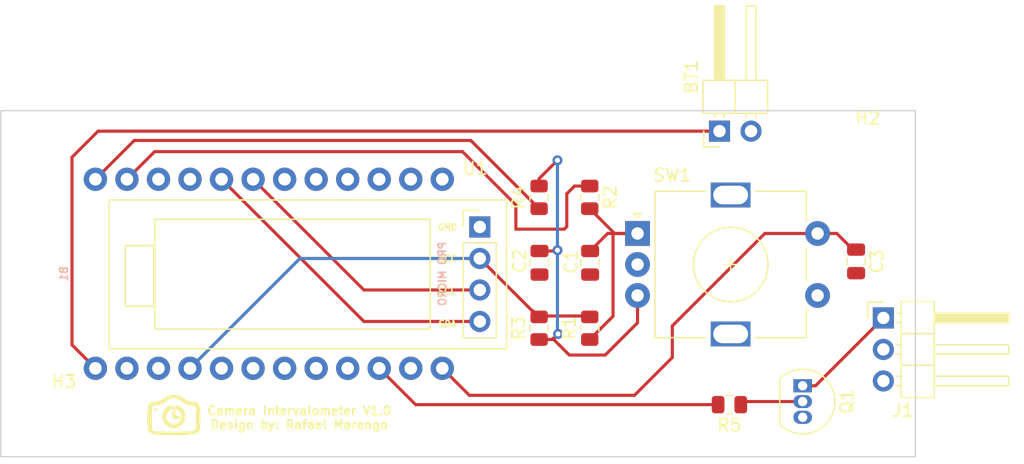
<source format=kicad_pcb>
(kicad_pcb (version 20211014) (generator pcbnew)
  (layers (0 "F.Cu" signal) (31 "B.Cu" signal) (34 "B.Paste" user) (35 "F.Paste" user) (36 "B.SilkS" user "B.Silkscreen") (37 "F.SilkS" user "F.Silkscreen") (38 "B.Mask" user) (39 "F.Mask" user) (44 "Edge.Cuts" user))
  (net 0 "")
  (net 1 "Net-(B1-Pad1)")
  (net 2 "Net-(B1-Pad2)")
  (net 3 "GND")
  (net 4 "/SDA")
  (net 5 "/SCL")
  (net 13 "Net-(B1-Pad15)")
  (net 18 "+5VD")
  (net 20 "Net-(B1-Pad24)")
  (net 21 "Net-(C1-Pad1)")
  (net 22 "Net-(C2-Pad1)")
  (net 23 "Net-(J1-Pad1)")
  (net 25 "Net-(Q1-Pad2)")
  (net 26 "Net-(C3-Pad1)")
  (footprint "Resistor_SMD:R_0805_2012Metric" (layer "F.Cu") (at 152.57 76.0375 90)
    (fp_text reference "R4" (at 0 -1.65 90) (layer "F.SilkS"))
    (fp_text value "10k")
    (fp_line (start -0.227064 0.735) (end 0.227064 0.735) (layer "F.SilkS") (width 0.12))
    (fp_line (start -0.227064 -0.735) (end 0.227064 -0.735) (layer "F.SilkS") (width 0.12))
    (pad "1" smd roundrect (at -0.9125 0 90) (size 1.025 1.4) (layers "F.Cu" "F.Paste" "F.Mask") (roundrect_rratio 0.243902439) (net 1 "Net-(B1-Pad1)"))
    (pad "2" smd roundrect (at 0.9125 0 90) (size 1.025 1.4) (layers "F.Cu" "F.Paste" "F.Mask") (roundrect_rratio 0.243902439) (net 22 "Net-(C2-Pad1)"))
  )
  (footprint "Rotary_Encoder:RotaryEncoder_Alps_EC11E-Switch_Vertical_H20mm" (layer "F.Cu") (at 160.5 78.95)
    (fp_text reference "SW1" (at 2.8 -4.7) (layer "F.SilkS"))
    (fp_text value "Rotary_Encoder_Switch")
    (fp_line (start 5.5 -3.4) (end 1.4 -3.4) (layer "F.SilkS") (width 0.12))
    (fp_line (start 0.3 -1.6) (end 0 -1.3) (layer "F.SilkS") (width 0.12))
    (fp_line (start 5.5 8.4) (end 1.4 8.4) (layer "F.SilkS") (width 0.12))
    (fp_line (start 7 2.5) (end 8 2.5) (layer "F.SilkS") (width 0.12))
    (fp_line (start 13.6 1.2) (end 13.6 3.8) (layer "F.SilkS") (width 0.12))
    (fp_line (start 0 -1.3) (end -0.3 -1.6) (layer "F.SilkS") (width 0.12))
    (fp_line (start 13.6 8.4) (end 9.5 8.4) (layer "F.SilkS") (width 0.12))
    (fp_line (start 7.5 2) (end 7.5 3) (layer "F.SilkS") (width 0.12))
    (fp_line (start 1.4 -3.4) (end 1.4 8.4) (layer "F.SilkS") (width 0.12))
    (fp_line (start 13.6 6) (end 13.6 8.4) (layer "F.SilkS") (width 0.12))
    (fp_line (start -0.3 -1.6) (end 0.3 -1.6) (layer "F.SilkS") (width 0.12))
    (fp_line (start 9.5 -3.4) (end 13.6 -3.4) (layer "F.SilkS") (width 0.12))
    (fp_line (start 13.6 -3.4) (end 13.6 -1) (layer "F.SilkS") (width 0.12))
    (fp_circle (center 7.5 2.5) (end 10.5 2.5) (layer "F.SilkS") (width 0.12) (fill none))
    (pad "A" thru_hole rect (at 0 0) (size 2 2) (drill 1) (layers *.Cu *.Mask) (net 21 "Net-(C1-Pad1)"))
    (pad "B" thru_hole circle (at 0 5) (size 2 2) (drill 1) (layers *.Cu *.Mask) (net 22 "Net-(C2-Pad1)"))
    (pad "C" thru_hole circle (at 0 2.5) (size 2 2) (drill 1) (layers *.Cu *.Mask) (net 3 "GND"))
    (pad "MP" thru_hole rect (at 7.5 -3.1) (size 3.2 2) (drill oval 2.8 1.5) (layers *.Cu *.Mask))
    (pad "MP" thru_hole rect (at 7.5 8.1) (size 3.2 2) (drill oval 2.8 1.5) (layers *.Cu *.Mask))
    (pad "S1" thru_hole circle (at 14.5 5) (size 2 2) (drill 1) (layers *.Cu *.Mask) (net 3 "GND"))
    (pad "S2" thru_hole circle (at 14.5 0) (size 2 2) (drill 1) (layers *.Cu *.Mask) (net 26 "Net-(C3-Pad1)"))
  )
  (footprint "Resistor_SMD:R_0805_2012Metric" (layer "F.Cu") (at 156.65 76.0375 -90)
    (fp_text reference "R2" (at 0 -1.65 90) (layer "F.SilkS"))
    (fp_text value "10k")
    (fp_line (start -0.227064 0.735) (end 0.227064 0.735) (layer "F.SilkS") (width 0.12))
    (fp_line (start -0.227064 -0.735) (end 0.227064 -0.735) (layer "F.SilkS") (width 0.12))
    (pad "1" smd roundrect (at -0.9125 0 270) (size 1.025 1.4) (layers "F.Cu" "F.Paste" "F.Mask") (roundrect_rratio 0.243902439) (net 2 "Net-(B1-Pad2)"))
    (pad "2" smd roundrect (at 0.9125 0 270) (size 1.025 1.4) (layers "F.Cu" "F.Paste" "F.Mask") (roundrect_rratio 0.243902439) (net 21 "Net-(C1-Pad1)"))
  )
  (footprint "Capacitor_SMD:C_0805_2012Metric" (layer "F.Cu") (at 156.68 81.3125 -90)
    (fp_text reference "C1" (at -0.0875 1.53 90) (layer "F.SilkS"))
    (fp_text value "10n")
    (fp_line (start -0.261252 -0.735) (end 0.261252 -0.735) (layer "F.SilkS") (width 0.12))
    (fp_line (start -0.261252 0.735) (end 0.261252 0.735) (layer "F.SilkS") (width 0.12))
    (pad "1" smd roundrect (at -0.95 0 270) (size 1 1.45) (layers "F.Cu" "F.Paste" "F.Mask") (net 21 "Net-(C1-Pad1)"))
    (pad "2" smd roundrect (at 0.95 0 270) (size 1 1.45) (layers "F.Cu" "F.Paste" "F.Mask") (net 3 "GND"))
  )
  (footprint "MountingHole:MountingHole_2.2mm_M2_DIN965" (layer "F.Cu") (at 114.3 93.8)
    (fp_text reference "H3" (at 0 -2.9) (layer "F.SilkS"))
    (fp_text value "MountingHole")
    (pad "" np_thru_hole circle (at 0 0) (size 2.2 2.2) (drill 2.2) (layers *.Cu *.Mask))
  )
  (footprint "Package_TO_SOT_THT:TO-92_Inline" (layer "F.Cu") (at 173.8 91.23 -90)
    (fp_text reference "Q1" (at 1.27 -3.56 90) (layer "F.SilkS"))
    (fp_text value "BC337")
    (fp_line (start -0.53 1.85) (end 3.07 1.85) (layer "F.SilkS") (width 0.12))
    (fp_arc (start -0.568478 1.838478) (mid -1.132087 -0.994977) (end 1.27 -2.6) (layer "F.SilkS") (width 0.12))
    (fp_arc (start 1.27 -2.6) (mid 3.672087 -0.994977) (end 3.108478 1.838478) (layer "F.SilkS") (width 0.12))
    (pad "1" thru_hole rect (at 0 0 270) (size 1.05 1.5) (drill 0.75) (layers *.Cu *.Mask) (net 23 "Net-(J1-Pad1)"))
    (pad "2" thru_hole oval (at 1.27 0 270) (size 1.05 1.5) (drill 0.75) (layers *.Cu *.Mask) (net 25 "Net-(Q1-Pad2)"))
    (pad "3" thru_hole oval (at 2.54 0 270) (size 1.05 1.5) (drill 0.75) (layers *.Cu *.Mask) (net 3 "GND"))
  )
  (footprint "Resistor_SMD:R_0805_2012Metric" (layer "F.Cu") (at 156.65 86.5875 90)
    (fp_text reference "R1" (at 0 -1.65 90) (layer "F.SilkS"))
    (fp_text value "10k")
    (fp_line (start -0.227064 0.735) (end 0.227064 0.735) (layer "F.SilkS") (width 0.12))
    (fp_line (start -0.227064 -0.735) (end 0.227064 -0.735) (layer "F.SilkS") (width 0.12))
    (pad "1" smd roundrect (at -0.9125 0 90) (size 1.025 1.4) (layers "F.Cu" "F.Paste" "F.Mask") (roundrect_rratio 0.243902439) (net 21 "Net-(C1-Pad1)"))
    (pad "2" smd roundrect (at 0.9125 0 90) (size 1.025 1.4) (layers "F.Cu" "F.Paste" "F.Mask") (roundrect_rratio 0.243902439) (net 18 "+5VD"))
  )
  (footprint "Capacitor_SMD:C_0805_2012Metric" (layer "F.Cu") (at 152.6 81.3125 -90)
    (fp_text reference "C2" (at -0.14375 1.6 90) (layer "F.SilkS"))
    (fp_text value "10n")
    (fp_line (start -0.261252 -0.735) (end 0.261252 -0.735) (layer "F.SilkS") (width 0.12))
    (fp_line (start -0.261252 0.735) (end 0.261252 0.735) (layer "F.SilkS") (width 0.12))
    (pad "1" smd roundrect (at -0.95 0 270) (size 1 1.45) (layers "F.Cu" "F.Paste" "F.Mask") (net 22 "Net-(C2-Pad1)"))
    (pad "2" smd roundrect (at 0.95 0 270) (size 1 1.45) (layers "F.Cu" "F.Paste" "F.Mask") (net 3 "GND"))
  )
  (footprint "Connector_PinHeader_2.54mm:PinHeader_1x03_P2.54mm_Horizontal" (layer "F.Cu") (at 180.3 85.76)
    (fp_text reference "J1" (at 1.575 7.475) (layer "F.SilkS"))
    (fp_text value "2.5mm_Audio_jack")
    (fp_line (start 4.1 -0.08) (end 10.1 -0.08) (layer "F.SilkS") (width 0.12))
    (fp_line (start 1.44 6.41) (end 4.1 6.41) (layer "F.SilkS") (width 0.12))
    (fp_line (start 4.1 4.7) (end 10.1 4.7) (layer "F.SilkS") (width 0.12))
    (fp_line (start 10.1 -0.38) (end 10.1 0.38) (layer "F.SilkS") (width 0.12))
    (fp_line (start 10.1 5.46) (end 4.1 5.46) (layer "F.SilkS") (width 0.12))
    (fp_line (start 1.042929 2.16) (end 1.44 2.16) (layer "F.SilkS") (width 0.12))
    (fp_line (start 4.1 0.04) (end 10.1 0.04) (layer "F.SilkS") (width 0.12))
    (fp_line (start 1.11 -0.38) (end 1.44 -0.38) (layer "F.SilkS") (width 0.12))
    (fp_line (start -1.27 -1.27) (end 0 -1.27) (layer "F.SilkS") (width 0.12))
    (fp_line (start 4.1 -0.38) (end 10.1 -0.38) (layer "F.SilkS") (width 0.12))
    (fp_line (start 10.1 4.7) (end 10.1 5.46) (layer "F.SilkS") (width 0.12))
    (fp_line (start 10.1 2.16) (end 10.1 2.92) (layer "F.SilkS") (width 0.12))
    (fp_line (start 1.44 -1.33) (end 1.44 6.41) (layer "F.SilkS") (width 0.12))
    (fp_line (start 1.11 0.38) (end 1.44 0.38) (layer "F.SilkS") (width 0.12))
    (fp_line (start 4.1 2.16) (end 10.1 2.16) (layer "F.SilkS") (width 0.12))
    (fp_line (start 4.1 0.28) (end 10.1 0.28) (layer "F.SilkS") (width 0.12))
    (fp_line (start 4.1 -0.2) (end 10.1 -0.2) (layer "F.SilkS") (width 0.12))
    (fp_line (start 1.042929 5.46) (end 1.44 5.46) (layer "F.SilkS") (width 0.12))
    (fp_line (start -1.27 0) (end -1.27 -1.27) (layer "F.SilkS") (width 0.12))
    (fp_line (start 10.1 0.38) (end 4.1 0.38) (layer "F.SilkS") (width 0.12))
    (fp_line (start 4.1 6.41) (end 4.1 -1.33) (layer "F.SilkS") (width 0.12))
    (fp_line (start 4.1 -1.33) (end 1.44 -1.33) (layer "F.SilkS") (width 0.12))
    (fp_line (start 10.1 2.92) (end 4.1 2.92) (layer "F.SilkS") (width 0.12))
    (fp_line (start 1.042929 2.92) (end 1.44 2.92) (layer "F.SilkS") (width 0.12))
    (fp_line (start 1.042929 4.7) (end 1.44 4.7) (layer "F.SilkS") (width 0.12))
    (fp_line (start 1.44 3.81) (end 4.1 3.81) (layer "F.SilkS") (width 0.12))
    (fp_line (start 4.1 0.16) (end 10.1 0.16) (layer "F.SilkS") (width 0.12))
    (fp_line (start 4.1 -0.32) (end 10.1 -0.32) (layer "F.SilkS") (width 0.12))
    (fp_line (start 1.44 1.27) (end 4.1 1.27) (layer "F.SilkS") (width 0.12))
    (pad "1" thru_hole rect (at 0 0) (size 1.7 1.7) (drill 1) (layers *.Cu *.Mask) (net 23 "Net-(J1-Pad1)"))
    (pad "2" thru_hole oval (at 0 2.54) (size 1.7 1.7) (drill 1) (layers *.Cu *.Mask))
    (pad "3" thru_hole oval (at 0 5.08) (size 1.7 1.7) (drill 1) (layers *.Cu *.Mask) (net 3 "GND"))
  )
  (footprint "Connector_PinHeader_2.54mm:PinHeader_1x02_P2.54mm_Horizontal" (layer "F.Cu") (at 167.1 70.7 90)
    (fp_text reference "BT1" (at 4.385 -2.27 90) (layer "F.SilkS"))
    (fp_text value "Battery-header")
    (fp_line (start 10.1 -0.38) (end 10.1 0.38) (layer "F.SilkS") (width 0.12))
    (fp_line (start 4.1 -0.32) (end 10.1 -0.32) (layer "F.SilkS") (width 0.12))
    (fp_line (start 10.1 0.38) (end 4.1 0.38) (layer "F.SilkS") (width 0.12))
    (fp_line (start 4.1 -0.2) (end 10.1 -0.2) (layer "F.SilkS") (width 0.12))
    (fp_line (start 4.1 3.87) (end 4.1 -1.33) (layer "F.SilkS") (width 0.12))
    (fp_line (start 1.11 -0.38) (end 1.44 -0.38) (layer "F.SilkS") (width 0.12))
    (fp_line (start 4.1 2.16) (end 10.1 2.16) (layer "F.SilkS") (width 0.12))
    (fp_line (start 4.1 -0.08) (end 10.1 -0.08) (layer "F.SilkS") (width 0.12))
    (fp_line (start 4.1 -1.33) (end 1.44 -1.33) (layer "F.SilkS") (width 0.12))
    (fp_line (start 1.44 3.87) (end 4.1 3.87) (layer "F.SilkS") (width 0.12))
    (fp_line (start 10.1 2.92) (end 4.1 2.92) (layer "F.SilkS") (width 0.12))
    (fp_line (start 4.1 -0.38) (end 10.1 -0.38) (layer "F.SilkS") (width 0.12))
    (fp_line (start 1.44 1.27) (end 4.1 1.27) (layer "F.SilkS") (width 0.12))
    (fp_line (start 1.042929 2.92) (end 1.44 2.92) (layer "F.SilkS") (width 0.12))
    (fp_line (start 1.11 0.38) (end 1.44 0.38) (layer "F.SilkS") (width 0.12))
    (fp_line (start 10.1 2.16) (end 10.1 2.92) (layer "F.SilkS") (width 0.12))
    (fp_line (start 4.1 0.28) (end 10.1 0.28) (layer "F.SilkS") (width 0.12))
    (fp_line (start -1.27 0) (end -1.27 -1.27) (layer "F.SilkS") (width 0.12))
    (fp_line (start 1.44 -1.33) (end 1.44 3.87) (layer "F.SilkS") (width 0.12))
    (fp_line (start 4.1 0.16) (end 10.1 0.16) (layer "F.SilkS") (width 0.12))
    (fp_line (start 4.1 0.04) (end 10.1 0.04) (layer "F.SilkS") (width 0.12))
    (fp_line (start -1.27 -1.27) (end 0 -1.27) (layer "F.SilkS") (width 0.12))
    (fp_line (start 1.042929 2.16) (end 1.44 2.16) (layer "F.SilkS") (width 0.12))
    (pad "1" thru_hole rect (at 0 0 90) (size 1.7 1.7) (drill 1) (layers *.Cu *.Mask) (net 20 "Net-(B1-Pad24)"))
    (pad "2" thru_hole oval (at 0 2.54 90) (size 1.7 1.7) (drill 1) (layers *.Cu *.Mask) (net 3 "GND"))
  )
  (footprint "Capacitor_SMD:C_0805_2012Metric" (layer "F.Cu") (at 178.1 81.2 -90)
    (fp_text reference "C3" (at 0 -1.68 90) (layer "F.SilkS"))
    (fp_text value "10n")
    (fp_line (start -0.261252 -0.735) (end 0.261252 -0.735) (layer "F.SilkS") (width 0.12))
    (fp_line (start -0.261252 0.735) (end 0.261252 0.735) (layer "F.SilkS") (width 0.12))
    (pad "1" smd roundrect (at -0.95 0 270) (size 1 1.45) (layers "F.Cu" "F.Paste" "F.Mask") (net 26 "Net-(C3-Pad1)"))
    (pad "2" smd roundrect (at 0.95 0 270) (size 1 1.45) (layers "F.Cu" "F.Paste" "F.Mask") (net 3 "GND"))
  )
  (footprint "OLED-128x32:OLED-128x32" (layer "F.Cu") (at 149.955 76.245)
    (fp_text reference "U1" (at -2.54 -2.54) (layer "F.SilkS"))
    (fp_text value "ssd1306_oled_128x32")
    (fp_text user "VCC" (at -4.73 4.73 unlocked) (layer "F.SilkS") (effects (font (size 0.5 0.5) (thickness 0.125))))
    (fp_text user "SCL" (at -4.82 7.36 unlocked) (layer "F.SilkS") (effects (font (size 0.5 0.5) (thickness 0.125))))
    (fp_text user "GND" (at -4.77 2.19 unlocked) (layer "F.SilkS") (effects (font (size 0.5 0.5) (thickness 0.125))))
    (fp_text user "SDA" (at -4.77 9.99 unlocked) (layer "F.SilkS") (effects (font (size 0.5 0.5) (thickness 0.125))))
    (fp_line (start -0.83 3.45) (end -0.83 11.13) (layer "F.SilkS") (width 0.12))
    (fp_line (start -3.49 0.85) (end -2.16 0.85) (layer "F.SilkS") (width 0.12))
    (fp_line (start -3.49 3.45) (end -3.49 11.13) (layer "F.SilkS") (width 0.12))
    (fp_line (start -3.49 3.45) (end -0.83 3.45) (layer "F.SilkS") (width 0.12))
    (fp_line (start -3.49 2.18) (end -3.49 0.85) (layer "F.SilkS") (width 0.12))
    (fp_line (start -3.49 11.13) (end -0.83 11.13) (layer "F.SilkS") (width 0.12))
    (fp_rect (start -28.43 3.69) (end -30.72 8.57) (layer "F.SilkS") (width 0.12) (fill none))
    (fp_rect (start 0 0) (end -32 12) (layer "F.SilkS") (width 0.12) (fill none))
    (fp_rect (start -28.34 1.56) (end -6.15 10.41) (layer "F.SilkS") (width 0.12) (fill none))
    (pad "1" thru_hole rect (at -2.16 2.18) (size 1.7 1.7) (drill 1) (layers *.Cu *.Mask) (net 3 "GND"))
    (pad "2" thru_hole oval (at -2.16 4.72) (size 1.7 1.7) (drill 1) (layers *.Cu *.Mask) (net 18 "+5VD"))
    (pad "3" thru_hole oval (at -2.16 7.26) (size 1.7 1.7) (drill 1) (layers *.Cu *.Mask) (net 5 "/SCL"))
    (pad "4" thru_hole oval (at -2.16 9.8) (size 1.7 1.7) (drill 1) (layers *.Cu *.Mask) (net 4 "/SDA"))
  )
  (footprint "MountingHole:MountingHole_2.2mm_M2_DIN965" (layer "F.Cu") (at 179.05 72.55)
    (fp_text reference "H2" (at 0 -2.9) (layer "F.SilkS"))
    (fp_text value "MountingHole")
    (pad "" np_thru_hole circle (at 0 0) (size 2.2 2.2) (drill 2.2) (layers *.Cu *.Mask))
  )
  (footprint "Resistor_SMD:R_0805_2012Metric" (layer "F.Cu") (at 152.57 86.5875 90)
    (fp_text reference "R3" (at 0 -1.65 90) (layer "F.SilkS"))
    (fp_text value "10k")
    (fp_line (start -0.227064 0.735) (end 0.227064 0.735) (layer "F.SilkS") (width 0.12))
    (fp_line (start -0.227064 -0.735) (end 0.227064 -0.735) (layer "F.SilkS") (width 0.12))
    (pad "1" smd roundrect (at -0.9125 0 90) (size 1.025 1.4) (layers "F.Cu" "F.Paste" "F.Mask") (roundrect_rratio 0.243902439) (net 22 "Net-(C2-Pad1)"))
    (pad "2" smd roundrect (at 0.9125 0 90) (size 1.025 1.4) (layers "F.Cu" "F.Paste" "F.Mask") (roundrect_rratio 0.243902439) (net 18 "+5VD"))
  )
  (footprint "Resistor_SMD:R_0805_2012Metric" (layer "F.Cu") (at 167.9 92.75 180)
    (fp_text reference "R5" (at 0 -1.65) (layer "F.SilkS"))
    (fp_text value "1K")
    (fp_line (start -0.227064 0.735) (end 0.227064 0.735) (layer "F.SilkS") (width 0.12))
    (fp_line (start -0.227064 -0.735) (end 0.227064 -0.735) (layer "F.SilkS") (width 0.12))
    (pad "1" smd roundrect (at -0.9125 0 180) (size 1.025 1.4) (layers "F.Cu" "F.Paste" "F.Mask") (roundrect_rratio 0.243902439) (net 25 "Net-(Q1-Pad2)"))
    (pad "2" smd roundrect (at 0.9125 0 180) (size 1.025 1.4) (layers "F.Cu" "F.Paste" "F.Mask") (roundrect_rratio 0.243902439) (net 13 "Net-(B1-Pad15)"))
  )
  (footprint "Boards:SPARKFUN_PRO_MICRO" (layer "B.Cu") (at 129.535 82.2 -90)
    (fp_text reference "B1" (at 0 15.24 90) (layer "B.SilkS") (effects (font (size 0.6096 0.6096) (thickness 0.127)) (justify mirror)))
    (fp_text value "PRO MICRO" (at 0 -15.24 90) (layer "B.SilkS") (effects (font (size 0.6096 0.6096) (thickness 0.127)) (justify mirror)))
    (pad "1" thru_hole circle (at -7.62 12.7 270) (size 1.8796 1.8796) (drill 1.016) (layers *.Cu *.Mask) (net 1 "Net-(B1-Pad1)"))
    (pad "2" thru_hole circle (at -7.62 10.16 270) (size 1.8796 1.8796) (drill 1.016) (layers *.Cu *.Mask) (net 2 "Net-(B1-Pad2)"))
    (pad "3" thru_hole circle (at -7.62 7.62 270) (size 1.8796 1.8796) (drill 1.016) (layers *.Cu *.Mask) (net 3 "GND"))
    (pad "4" thru_hole circle (at -7.62 5.08 270) (size 1.8796 1.8796) (drill 1.016) (layers *.Cu *.Mask) (net 3 "GND"))
    (pad "5" thru_hole circle (at -7.62 2.54 270) (size 1.8796 1.8796) (drill 1.016) (layers *.Cu *.Mask) (net 4 "/SDA"))
    (pad "6" thru_hole circle (at -7.62 0 270) (size 1.8796 1.8796) (drill 1.016) (layers *.Cu *.Mask) (net 5 "/SCL"))
    (pad "7" thru_hole circle (at -7.62 -2.54 270) (size 1.8796 1.8796) (drill 1.016) (layers *.Cu *.Mask))
    (pad "8" thru_hole circle (at -7.62 -5.08 270) (size 1.8796 1.8796) (drill 1.016) (layers *.Cu *.Mask))
    (pad "9" thru_hole circle (at -7.62 -7.62 270) (size 1.8796 1.8796) (drill 1.016) (layers *.Cu *.Mask))
    (pad "10" thru_hole circle (at -7.62 -10.16 270) (size 1.8796 1.8796) (drill 1.016) (layers *.Cu *.Mask))
    (pad "11" thru_hole circle (at -7.62 -12.7 270) (size 1.8796 1.8796) (drill 1.016) (layers *.Cu *.Mask))
    (pad "12" thru_hole circle (at -7.62 -15.24 270) (size 1.8796 1.8796) (drill 1.016) (layers *.Cu *.Mask))
    (pad "13" thru_hole circle (at 7.62 -15.24 270) (size 1.8796 1.8796) (drill 1.016) (layers *.Cu *.Mask) (net 26 "Net-(C3-Pad1)"))
    (pad "14" thru_hole circle (at 7.62 -12.7 270) (size 1.8796 1.8796) (drill 1.016) (layers *.Cu *.Mask))
    (pad "15" thru_hole circle (at 7.62 -10.16 270) (size 1.8796 1.8796) (drill 1.016) (layers *.Cu *.Mask) (net 13 "Net-(B1-Pad15)"))
    (pad "16" thru_hole circle (at 7.62 -7.62 270) (size 1.8796 1.8796) (drill 1.016) (layers *.Cu *.Mask))
    (pad "17" thru_hole circle (at 7.62 -5.08 270) (size 1.8796 1.8796) (drill 1.016) (layers *.Cu *.Mask))
    (pad "18" thru_hole circle (at 7.62 -2.54 270) (size 1.8796 1.8796) (drill 1.016) (layers *.Cu *.Mask))
    (pad "19" thru_hole circle (at 7.62 0 270) (size 1.8796 1.8796) (drill 1.016) (layers *.Cu *.Mask))
    (pad "20" thru_hole circle (at 7.62 2.54 270) (size 1.8796 1.8796) (drill 1.016) (layers *.Cu *.Mask))
    (pad "21" thru_hole circle (at 7.62 5.08 270) (size 1.8796 1.8796) (drill 1.016) (layers *.Cu *.Mask) (net 18 "+5VD"))
    (pad "22" thru_hole circle (at 7.62 7.62 270) (size 1.8796 1.8796) (drill 1.016) (layers *.Cu *.Mask))
    (pad "23" thru_hole circle (at 7.62 10.16 270) (size 1.8796 1.8796) (drill 1.016) (layers *.Cu *.Mask) (net 3 "GND"))
    (pad "24" thru_hole circle (at 7.62 12.7 270) (size 1.8796 1.8796) (drill 1.016) (layers *.Cu *.Mask) (net 20 "Net-(B1-Pad24)"))
  )
  (gr_poly (pts (xy 123.207162 92.849203) (xy 123.279281 92.85148) (xy 123.349168 92.855585) (xy 123.415707 92.861505) (xy 123.477781 92.869223) (xy 123.534273 92.878723) (xy 123.584069 92.889992) (xy 123.626051 92.903011) (xy 123.650754 92.914216) (xy 123.675221 92.927907) (xy 123.699401 92.943965) (xy 123.723244 92.962274) (xy 123.769716 93.005168) (xy 123.814236 93.055643) (xy 123.856398 93.112753) (xy 123.895802 93.175553) (xy 123.932042 93.243097) (xy 123.964717 93.314438) (xy 123.993424 93.388633) (xy 124.017758 93.464734) (xy 124.037318 93.541797) (xy 124.051699 93.618875) (xy 124.0605 93.695022) (xy 124.063316 93.769294) (xy 124.059745 93.840745) (xy 124.055439 93.875117) (xy 124.049384 93.908428) (xy 124.040232 93.940878) (xy 124.028755 93.974553) (xy 124.015107 94.009189) (xy 123.999444 94.044523) (xy 123.98192 94.080291) (xy 123.962692 94.116229) (xy 123.941913 94.152075) (xy 123.919738 94.187564) (xy 123.896324 94.222432) (xy 123.871824 94.256417) (xy 123.846394 94.289255) (xy 123.820189 94.320682) (xy 123.793364 94.350435) (xy 123.766073 94.37825) (xy 123.738473 94.403863) (xy 123.710718 94.427011) (xy 123.637536 94.479301) (xy 123.563068 94.523238) (xy 123.487638 94.559091) (xy 123.411573 94.587126) (xy 123.335198 94.607611) (xy 123.258838 94.620814) (xy 123.182819 94.627001) (xy 123.107467 94.626441) (xy 123.033108 94.619401) (xy 122.960066 94.606148) (xy 122.888667 94.586949) (xy 122.819237 94.562073) (xy 122.752101 94.531786) (xy 122.687586 94.496356) (xy 122.626016 94.45605) (xy 122.567717 94.411136) (xy 122.513015 94.361882) (xy 122.462235 94.308554) (xy 122.415703 94.251419) (xy 122.373745 94.190747) (xy 122.336685 94.126803) (xy 122.30485 94.059855) (xy 122.278564 93.990172) (xy 122.258155 93.918019) (xy 122.243946 93.843665) (xy 122.236265 93.767377) (xy 122.235893 93.732426) (xy 122.521418 93.732426) (xy 122.522205 93.778167) (xy 122.526211 93.823596) (xy 122.533519 93.868513) (xy 122.544212 93.91272) (xy 122.558375 93.956015) (xy 122.576089 93.9982) (xy 122.597439 94.039075) (xy 122.622507 94.078441) (xy 122.651378 94.116097) (xy 122.684134 94.151845) (xy 122.704828 94.171068) (xy 122.72715 94.189052) (xy 122.75099 94.205795) (xy 122.776242 94.221298) (xy 122.802796 94.23556) (xy 122.830544 94.248583) (xy 122.859377 94.260365) (xy 122.889186 94.270907) (xy 122.951301 94.28827) (xy 123.016021 94.300673) (xy 123.082477 94.308114) (xy 123.149801 94.310595) (xy 123.217125 94.308114) (xy 123.283581 94.300673) (xy 123.3483 94.28827) (xy 123.410415 94.270907) (xy 123.440225 94.260365) (xy 123.469058 94.248583) (xy 123.496805 94.23556) (xy 123.523359 94.221298) (xy 123.548611 94.205795) (xy 123.572452 94.189052) (xy 123.594773 94.171068) (xy 123.615467 94.151845) (xy 123.638414 94.128297) (xy 123.659635 94.103364) (xy 123.679144 94.077149) (xy 123.696951 94.049753) (xy 123.713068 94.021279) (xy 123.727507 93.991831) (xy 123.74028 93.961511) (xy 123.751397 93.930421) (xy 123.760871 93.898665) (xy 123.768714 93.866345) (xy 123.774936 93.833564) (xy 123.77955 93.800424) (xy 123.782568 93.767029) (xy 123.784 93.73348) (xy 123.783858 93.699881) (xy 123.782155 93.666334) (xy 123.778901 93.632943) (xy 123.774109 93.599809) (xy 123.76779 93.567035) (xy 123.759955 93.534725) (xy 123.750616 93.50298) (xy 123.739785 93.471904) (xy 123.727474 93.4416) (xy 123.713694 93.412169) (xy 123.698457 93.383715) (xy 123.681773 93.35634) (xy 123.663656 93.330148) (xy 123.644117 93.30524) (xy 123.623167 93.28172) (xy 123.600817 93.25969) (xy 123.57708 93.239253) (xy 123.551967 93.220511) (xy 123.527568 93.202913) (xy 123.502131 93.185888) (xy 123.475856 93.169514) (xy 123.448945 93.153869) (xy 123.421601 93.13903) (xy 123.394024 93.125075) (xy 123.366415 93.112081) (xy 123.338978 93.100126) (xy 123.311912 93.089287) (xy 123.28542 93.079641) (xy 123.259703 93.071267) (xy 123.234963 93.064242) (xy 123.211402 93.058643) (xy 123.189219 93.054547) (xy 123.168619 93.052033) (xy 123.149801 93.051178) (xy 123.100856 93.053284) (xy 123.053297 93.059469) (xy 123.007208 93.069534) (xy 122.96267 93.083279) (xy 122.919768 93.100505) (xy 122.878585 93.121011) (xy 122.839204 93.144598) (xy 122.801708 93.171067) (xy 122.766182 93.200218) (xy 122.732707 93.231852) (xy 122.701368 93.265768) (xy 122.672248 93.301767) (xy 122.645431 93.33965) (xy 122.620998 93.379217) (xy 122.599035 93.420269) (xy 122.579624 93.462605) (xy 122.562848 93.506026) (xy 122.548791 93.550334) (xy 122.537536 93.595327) (xy 122.529167 93.640806) (xy 122.523766 93.686572) (xy 122.521418 93.732426) (xy 122.235893 93.732426) (xy 122.235435 93.689423) (xy 122.241784 93.610069) (xy 122.255636 93.529584) (xy 122.277316 93.448234) (xy 122.307152 93.366287) (xy 122.345467 93.284011) (xy 122.363678 93.250551) (xy 122.382509 93.217741) (xy 122.401836 93.185738) (xy 122.421535 93.154696) (xy 122.441482 93.12477) (xy 122.461553 93.096116) (xy 122.481624 93.068888) (xy 122.501572 93.043241) (xy 122.521271 93.01933) (xy 122.540598 92.99731) (xy 122.559428 92.977338) (xy 122.577639 92.959566) (xy 122.595106 92.944151) (xy 122.611704 92.931247) (xy 122.619639 92.925786) (xy 122.627311 92.92101) (xy 122.634703 92.91694) (xy 122.641801 92.913595) (xy 122.683783 92.898709) (xy 122.733578 92.885793) (xy 122.790071 92.874829) (xy 122.852144 92.865804) (xy 122.918683 92.858701) (xy 122.98857 92.853505) (xy 123.06069 92.850201) (xy 123.133926 92.848772)) (layer "F.SilkS") (width 0.06) (fill solid))
  (gr_poly (pts (xy 123.249926 91.99177) (xy 123.356403 92.00442) (xy 123.461981 92.025504) (xy 123.566023 92.055022) (xy 123.667896 92.092973) (xy 123.766962 92.139358) (xy 123.862587 92.194176) (xy 123.90891 92.224748) (xy 123.954134 92.257428) (xy 123.991039 92.284816) (xy 124.030098 92.311337) (xy 124.070987 92.336865) (xy 124.11338 92.361277) (xy 124.156951 92.384449) (xy 124.201375 92.406256) (xy 124.246326 92.426575) (xy 124.291478 92.445282) (xy 124.336506 92.462253) (xy 124.381085 92.477363) (xy 124.424888 92.490489) (xy 124.467591 92.501506) (xy 124.508868 92.510291) (xy 124.548392 92.51672) (xy 124.58584 92.520668) (xy 124.620884 92.522011) (xy 124.717082 92.52466) (xy 124.803591 92.533277) (xy 124.880891 92.54887) (xy 124.916238 92.559598) (xy 124.949463 92.572448) (xy 124.980627 92.587545) (xy 125.009788 92.605017) (xy 125.037008 92.624988) (xy 125.062345 92.647585) (xy 125.085862 92.672934) (xy 125.107617 92.701161) (xy 125.12767 92.732391) (xy 125.146082 92.766751) (xy 125.162913 92.804367) (xy 125.178222 92.845364) (xy 125.204518 92.938007) (xy 125.225449 93.045687) (xy 125.241497 93.169414) (xy 125.253142 93.310193) (xy 125.260865 93.469034) (xy 125.265147 93.646943) (xy 125.266467 93.844928) (xy 125.265961 93.982062) (xy 125.2644 94.108064) (xy 125.261723 94.223463) (xy 125.257868 94.328785) (xy 125.252773 94.424557) (xy 125.246376 94.511306) (xy 125.238614 94.58956) (xy 125.229426 94.659845) (xy 125.218749 94.722688) (xy 125.206523 94.778618) (xy 125.199809 94.804154) (xy 125.192684 94.82816) (xy 125.18514 94.850701) (xy 125.177171 94.871842) (xy 125.168767 94.89165) (xy 125.159921 94.910191) (xy 125.150626 94.927531) (xy 125.140873 94.943735) (xy 125.130655 94.958869) (xy 125.119965 94.972999) (xy 125.108794 94.986191) (xy 125.097134 94.998512) (xy 125.065236 95.02158) (xy 125.015956 95.04316) (xy 124.869882 95.081855) (xy 124.668184 95.114597) (xy 124.420132 95.141386) (xy 124.134997 95.162222) (xy 123.822049 95.177105) (xy 123.149801 95.189011) (xy 122.477552 95.177105) (xy 122.164605 95.162222) (xy 121.87947 95.141386) (xy 121.631418 95.114597) (xy 121.42972 95.081855) (xy 121.283646 95.04316) (xy 121.234365 95.02158) (xy 121.202467 94.998512) (xy 121.179637 94.972999) (xy 121.158728 94.943735) (xy 121.13968 94.910191) (xy 121.122431 94.871842) (xy 121.106918 94.82816) (xy 121.093079 94.778618) (xy 121.080852 94.722688) (xy 121.070176 94.659845) (xy 121.060988 94.58956) (xy 121.053226 94.511306) (xy 121.041733 94.328785) (xy 121.035201 94.108064) (xy 121.033134 93.844928) (xy 121.033204 93.834345) (xy 121.350634 93.834345) (xy 121.351024 93.978199) (xy 121.352267 94.108581) (xy 121.354471 94.226158) (xy 121.357745 94.331596) (xy 121.362197 94.425562) (xy 121.364898 94.468451) (xy 121.367935 94.508722) (xy 121.371321 94.546458) (xy 121.375069 94.581743) (xy 121.379193 94.61466) (xy 121.383707 94.645293) (xy 121.388624 94.673723) (xy 121.393957 94.700036) (xy 121.39972 94.724314) (xy 121.405928 94.74664) (xy 121.412592 94.767099) (xy 121.419728 94.785772) (xy 121.427348 94.802744) (xy 121.435466 94.818099) (xy 121.444096 94.831918) (xy 121.45325 94.844286) (xy 121.462944 94.855285) (xy 121.47319 94.865) (xy 121.484001 94.873514) (xy 121.495393 94.880909) (xy 121.507377 94.887269) (xy 121.519967 94.892678) (xy 121.589131 94.907561) (xy 121.712121 94.920459) (xy 122.088822 94.940303) (xy 122.588553 94.952209) (xy 123.149801 94.956178) (xy 123.711048 94.952209) (xy 124.21078 94.940303) (xy 124.587481 94.920459) (xy 124.71047 94.907561) (xy 124.779634 94.892678) (xy 124.804209 94.880909) (xy 124.826412 94.865) (xy 124.846351 94.844286) (xy 124.864135 94.818099) (xy 124.879874 94.785772) (xy 124.893674 94.74664) (xy 124.905645 94.700036) (xy 124.915895 94.645293) (xy 124.924532 94.581743) (xy 124.931666 94.508722) (xy 124.941857 94.331596) (xy 124.947334 94.108581) (xy 124.948967 93.834345) (xy 124.947521 93.633571) (xy 124.943345 93.446565) (xy 124.936689 93.277169) (xy 124.927801 93.12923) (xy 124.922597 93.064508) (xy 124.916928 93.006592) (xy 124.910825 92.955962) (xy 124.904319 92.913099) (xy 124.897441 92.878483) (xy 124.890222 92.852596) (xy 124.886494 92.843075) (xy 124.882692 92.835917) (xy 124.878821 92.831181) (xy 124.874884 92.828928) (xy 124.771131 92.820352) (xy 124.673904 92.810428) (xy 124.582785 92.799046) (xy 124.497357 92.786099) (xy 124.417199 92.771477) (xy 124.341893 92.755072) (xy 124.271022 92.736776) (xy 124.204165 92.71648) (xy 124.140906 92.694076) (xy 124.080824 92.669455) (xy 124.023502 92.642508) (xy 123.968521 92.613127) (xy 123.915462 92.581204) (xy 123.863907 92.54663) (xy 123.813437 92.509296) (xy 123.763634 92.469095) (xy 123.68799 92.409563) (xy 123.650002 92.382774) (xy 123.611912 92.35797) (xy 123.57373 92.335149) (xy 123.535462 92.314313) (xy 123.497117 92.295462) (xy 123.458702 92.278595) (xy 123.420225 92.263712) (xy 123.381694 92.250813) (xy 123.343116 92.239899) (xy 123.304499 92.23097) (xy 123.265852 92.224024) (xy 123.227181 92.219063) (xy 123.188495 92.216087) (xy 123.149801 92.215095) (xy 123.111107 92.216087) (xy 123.07242 92.219063) (xy 123.03375 92.224024) (xy 122.995102 92.23097) (xy 122.956486 92.239899) (xy 122.917908 92.250813) (xy 122.879377 92.263712) (xy 122.8409 92.278595) (xy 122.802485 92.295462) (xy 122.764139 92.314313) (xy 122.725872 92.335149) (xy 122.687689 92.35797) (xy 122.6496 92.382774) (xy 122.611611 92.409563) (xy 122.535967 92.469095) (xy 122.486167 92.509296) (xy 122.435715 92.54663) (xy 122.384209 92.581204) (xy 122.331246 92.613127) (xy 122.276422 92.642508) (xy 122.219336 92.669455) (xy 122.159582 92.694076) (xy 122.096759 92.71648) (xy 122.030463 92.736776) (xy 121.960292 92.755072) (xy 121.885842 92.771477) (xy 121.80671 92.786099) (xy 121.722492 92.799046) (xy 121.632787 92.810428) (xy 121.537191 92.820352) (xy 121.435301 92.828928) (xy 121.430402 92.831181) (xy 121.425629 92.835917) (xy 121.41647 92.852596) (xy 121.407837 92.878483) (xy 121.399747 92.913099) (xy 121.385257 93.006592) (xy 121.373124 93.12923) (xy 121.36347 93.277169) (xy 121.356422 93.446565) (xy 121.352102 93.633571) (xy 121.350634 93.834345) (xy 121.033204 93.834345) (xy 121.034459 93.645199) (xy 121.038777 93.465995) (xy 121.046598 93.306263) (xy 121.051983 93.23337) (xy 121.058435 93.164949) (xy 121.066019 93.100869) (xy 121.074798 93.040998) (xy 121.084837 92.985204) (xy 121.0962 92.933356) (xy 121.10895 92.885321) (xy 121.123152 92.840969) (xy 121.138869 92.800166) (xy 121.156165 92.762782) (xy 121.175105 92.728685) (xy 121.195752 92.697742) (xy 121.21817 92.669823) (xy 121.242424 92.644794) (xy 121.268576 92.622526) (xy 121.296692 92.602885) (xy 121.326834 92.58574) (xy 121.359068 92.570959) (xy 121.393456 92.558411) (xy 121.430063 92.547963) (xy 121.468953 92.539484) (xy 121.51019 92.532843) (xy 121.553838 92.527906) (xy 121.59996 92.524543) (xy 121.648621 92.522622) (xy 121.699884 92.522011) (xy 121.738414 92.518924) (xy 121.778432 92.513681) (xy 121.819691 92.506361) (xy 121.861941 92.497041) (xy 121.904936 92.485799) (xy 121.948427 92.472712) (xy 121.992166 92.457858) (xy 122.035905 92.441313) (xy 122.079396 92.423157) (xy 122.122391 92.403466) (xy 122.164641 92.382317) (xy 122.2059 92.359789) (xy 122.245918 92.335958) (xy 122.284448 92.310903) (xy 122.321241 92.2847) (xy 122.356051 92.257428) (xy 122.398391 92.224748) (xy 122.442017 92.194176) (xy 122.486848 92.165713) (xy 122.532805 92.139358) (xy 122.579808 92.115111) (xy 122.627778 92.092973) (xy 122.726302 92.055022) (xy 122.82774 92.025504) (xy 122.931458 92.00442) (xy 123.036818 91.99177) (xy 123.143186 91.987553)) (layer "F.SilkS") (width 0.06) (fill solid))
  (gr_poly (pts (xy 123.155691 93.15735) (xy 123.161454 93.158355) (xy 123.167084 93.160011) (xy 123.17258 93.162303) (xy 123.177935 93.165215) (xy 123.183147 93.168732) (xy 123.188212 93.172837) (xy 123.193126 93.177517) (xy 123.202485 93.188534) (xy 123.211192 93.20166) (xy 123.219218 93.21677) (xy 123.22653 93.233741) (xy 123.233098 93.252447) (xy 123.238891 93.272767) (xy 123.243878 93.294574) (xy 123.248027 93.317746) (xy 123.251309 93.342158) (xy 123.253691 93.367686) (xy 123.255143 93.394206) (xy 123.255634 93.421595) (xy 123.256267 93.45596) (xy 123.258218 93.487658) (xy 123.259712 93.502526) (xy 123.261564 93.516752) (xy 123.263784 93.530341) (xy 123.266383 93.543303) (xy 123.269369 93.555645) (xy 123.272752 93.567374) (xy 123.276542 93.578499) (xy 123.280749 93.589026) (xy 123.285382 93.598965) (xy 123.290451 93.608322) (xy 123.295966 93.617106) (xy 123.301936 93.625324) (xy 123.308371 93.632984) (xy 123.315281 93.640093) (xy 123.322676 93.64666) (xy 123.330565 93.652692) (xy 123.338957 93.658196) (xy 123.347863 93.663182) (xy 123.357293 93.667656) (xy 123.367255 93.671626) (xy 123.37776 93.6751) (xy 123.388817 93.678085) (xy 123.400436 93.68059) (xy 123.412627 93.682623) (xy 123.425399 93.68419) (xy 123.438762 93.685299) (xy 123.452726 93.68596) (xy 123.467301 93.686178) (xy 123.47815 93.686301) (xy 123.488863 93.686669) (xy 123.499424 93.687277) (xy 123.50982 93.688121) (xy 123.520038 93.689198) (xy 123.530064 93.690503) (xy 123.539885 93.692034) (xy 123.549487 93.693785) (xy 123.558856 93.695753) (xy 123.567979 93.697934) (xy 123.576843 93.700325) (xy 123.585433 93.702921) (xy 123.593736 93.705719) (xy 123.60174 93.708714) (xy 123.609429 93.711903) (xy 123.61679 93.715282) (xy 123.623811 93.718847) (xy 123.630477 93.722594) (xy 123.636775 93.72652) (xy 123.642691 93.73062) (xy 123.648211 93.73489) (xy 123.653323 93.739327) (xy 123.658012 93.743927) (xy 123.662266 93.748686) (xy 123.666069 93.7536) (xy 123.66941 93.758665) (xy 123.672274 93.763877) (xy 123.674647 93.769232) (xy 123.676517 93.774728) (xy 123.677869 93.780358) (xy 123.678691 93.786121) (xy 123.678967 93.792011) (xy 123.678567 93.796971) (xy 123.677378 93.80192) (xy 123.675418 93.806851) (xy 123.672704 93.811752) (xy 123.665085 93.821428) (xy 123.654659 93.830872) (xy 123.641567 93.840006) (xy 123.625947 93.848752) (xy 123.607941 93.857033) (xy 123.587686 93.864772) (xy 123.565323 93.87189) (xy 123.540991 93.878311) (xy 123.51483 93.883957) (xy 123.486979 93.88875) (xy 123.457578 93.892612) (xy 123.426766 93.895468) (xy 123.394682 93.897237) (xy 123.361467 93.897845) (xy 123.309067 93.897405) (xy 123.262745 93.895819) (xy 123.222127 93.892682) (xy 123.186842 93.887592) (xy 123.171084 93.884188) (xy 123.156519 93.880145) (xy 123.143101 93.875412) (xy 123.130784 93.869939) (xy 123.119521 93.863675) (xy 123.109266 93.856571) (xy 123.099972 93.848574) (xy 123.091592 93.839636) (xy 123.084081 93.829706) (xy 123.077392 93.818733) (xy 123.071477 93.806667) (xy 123.066292 93.793458) (xy 123.061788 93.779055) (xy 123.05792 93.763408) (xy 123.054641 93.746467) (xy 123.051905 93.72818) (xy 123.047874 93.687372) (xy 123.045456 93.640579) (xy 123.044277 93.587398) (xy 123.043967 93.527428) (xy 123.044575 93.490131) (xy 123.046344 93.453779) (xy 123.0492 93.418574) (xy 123.053062 93.384718) (xy 123.057855 93.352413) (xy 123.063501 93.321859) (xy 123.069922 93.293259) (xy 123.07704 93.266813) (xy 123.084779 93.242724) (xy 123.088856 93.231627) (xy 123.09306 93.221193) (xy 123.09738 93.21145) (xy 123.101806 93.202422) (xy 123.106329 93.194134) (xy 123.11094 93.186612) (xy 123.115628 93.17988) (xy 123.120384 93.173964) (xy 123.125198 93.168889) (xy 123.13006 93.16468) (xy 123.134961 93.161363) (xy 123.139892 93.158962) (xy 123.144841 93.157503) (xy 123.149801 93.157011)) (layer "F.SilkS") (width 0.06) (fill solid))
  (gr_poly (pts (xy 121.674025 93.051301) (xy 121.679787 93.051669) (xy 121.685418 93.052277) (xy 121.690913 93.053121) (xy 121.696269 93.054198) (xy 121.701481 93.055503) (xy 121.706546 93.057034) (xy 121.71146 93.058785) (xy 121.716218 93.060753) (xy 121.720818 93.062934) (xy 121.725255 93.065325) (xy 121.729526 93.067921) (xy 121.733625 93.070719) (xy 121.737551 93.073714) (xy 121.741298 93.076903) (xy 121.744863 93.080282) (xy 121.748242 93.083847) (xy 121.751431 93.087594) (xy 121.754427 93.09152) (xy 121.757224 93.09562) (xy 121.75982 93.09989) (xy 121.762211 93.104327) (xy 121.764392 93.108927) (xy 121.766361 93.113686) (xy 121.768112 93.1186) (xy 121.769642 93.123665) (xy 121.770948 93.128877) (xy 121.772024 93.134232) (xy 121.772869 93.139728) (xy 121.773476 93.145358) (xy 121.773844 93.151121) (xy 121.773967 93.157011) (xy 121.773844 93.161971) (xy 121.773476 93.16692) (xy 121.772869 93.171851) (xy 121.772024 93.176752) (xy 121.770948 93.181614) (xy 121.769642 93.186428) (xy 121.768112 93.191184) (xy 121.766361 93.195872) (xy 121.764392 93.200483) (xy 121.762211 93.205006) (xy 121.75982 93.209432) (xy 121.757224 93.213752) (xy 121.754427 93.217956) (xy 121.751431 93.222033) (xy 121.748242 93.225975) (xy 121.744863 93.229772) (xy 121.741298 93.233413) (xy 121.737551 93.23689) (xy 121.733625 93.240193) (xy 121.729526 93.243311) (xy 121.725255 93.246236) (xy 121.720818 93.248957) (xy 121.716218 93.251465) (xy 121.71146 93.25375) (xy 121.706546 93.255802) (xy 121.701481 93.257612) (xy 121.696269 93.259171) (xy 121.690913 93.260468) (xy 121.685418 93.261493) (xy 121.679787 93.262238) (xy 121.674025 93.262691) (xy 121.668134 93.262845) (xy 121.663175 93.262691) (xy 121.658225 93.262238) (xy 121.653295 93.261493) (xy 121.648394 93.260468) (xy 121.643531 93.259171) (xy 121.638717 93.257612) (xy 121.633961 93.255802) (xy 121.629273 93.25375) (xy 121.624663 93.251465) (xy 121.62014 93.248957) (xy 121.615713 93.246236) (xy 121.611393 93.243311) (xy 121.60719 93.240193) (xy 121.603112 93.23689) (xy 121.59917 93.233413) (xy 121.595374 93.229772) (xy 121.591732 93.225975) (xy 121.588255 93.222033) (xy 121.584953 93.217956) (xy 121.581834 93.213752) (xy 121.57891 93.209432) (xy 121.576189 93.205006) (xy 121.573681 93.200483) (xy 121.571396 93.195872) (xy 121.569343 93.191184) (xy 121.567533 93.186428) (xy 121.565975 93.181614) (xy 121.564678 93.176752) (xy 121.563652 93.171851) (xy 121.562908 93.16692) (xy 121.562454 93.161971) (xy 121.562301 93.157011) (xy 121.562454 93.151121) (xy 121.562908 93.145358) (xy 121.563652 93.139728) (xy 121.564678 93.134232) (xy 121.565975 93.128877) (xy 121.567533 93.123665) (xy 121.569343 93.1186) (xy 121.571396 93.113686) (xy 121.573681 93.108927) (xy 121.576189 93.104327) (xy 121.57891 93.09989) (xy 121.581834 93.09562) (xy 121.584953 93.09152) (xy 121.588255 93.087594) (xy 121.591732 93.083847) (xy 121.595374 93.080282) (xy 121.59917 93.076903) (xy 121.603112 93.073714) (xy 121.60719 93.070719) (xy 121.611393 93.067921) (xy 121.615713 93.065325) (xy 121.62014 93.062934) (xy 121.624663 93.060753) (xy 121.629273 93.058785) (xy 121.633961 93.057034) (xy 121.638717 93.055503) (xy 121.643531 93.054198) (xy 121.648394 93.053121) (xy 121.653295 93.052277) (xy 121.658225 93.051669) (xy 121.663175 93.051301) (xy 121.668134 93.051178)) (layer "F.SilkS") (width 0.06) (fill solid))
  (gr_rect (start 109.22 69.05) (end 182.88 96.95) (layer "Edge.Cuts") (width 0.1) (fill none))
  (gr_text "Camera Intervalometer V1.0\nDesign by: Rafael Marengo" (at 133.25 93.8) (layer "F.SilkS") (effects (font (size 0.7 0.7))))
  (segment (start 147.07 71.45) (end 152.57 76.95) (width 0.25) (layer "F.Cu") (net 1))
  (segment (start 119.965 71.45) (end 147.07 71.45) (width 0.25) (layer "F.Cu") (net 1))
  (segment (start 116.835 74.58) (end 119.965 71.45) (width 0.25) (layer "F.Cu") (net 1))
  (segment (start 154.8 75.75) (end 155.425 75.125) (width 0.25) (layer "F.Cu") (net 2))
  (segment (start 154.6 78.6) (end 154.8 78.4) (width 0.25) (layer "F.Cu") (net 2))
  (segment (start 155.425 75.125) (end 156.65 75.125) (width 0.25) (layer "F.Cu") (net 2))
  (segment (start 150.7 76.65) (end 150.7 78.6) (width 0.25) (layer "F.Cu") (net 2))
  (segment (start 156.65 75.125) (end 156.675 75.125) (width 0.25) (layer "F.Cu") (net 2))
  (segment (start 146.4 72.35) (end 150.7 76.65) (width 0.25) (layer "F.Cu") (net 2))
  (segment (start 121.605 72.35) (end 146.4 72.35) (width 0.25) (layer "F.Cu") (net 2))
  (segment (start 154.8 78.4) (end 154.8 75.75) (width 0.25) (layer "F.Cu") (net 2))
  (segment (start 119.375 74.58) (end 121.605 72.35) (width 0.25) (layer "F.Cu") (net 2))
  (segment (start 150.7 78.6) (end 154.6 78.6) (width 0.25) (layer "F.Cu") (net 2))
  (segment (start 122.24 74.255) (end 121.915 74.58) (width 0.25) (layer "F.Cu") (net 3))
  (segment (start 126.995 74.58) (end 138.46 86.045) (width 0.25) (layer "F.Cu") (net 4))
  (segment (start 138.46 86.045) (end 147.795 86.045) (width 0.25) (layer "F.Cu") (net 4))
  (segment (start 129.535 74.58) (end 138.46 83.505) (width 0.25) (layer "F.Cu") (net 5))
  (segment (start 138.46 83.505) (end 147.795 83.505) (width 0.25) (layer "F.Cu") (net 5))
  (segment (start 139.695 89.82) (end 142.625 92.75) (width 0.25) (layer "F.Cu") (net 13))
  (segment (start 142.625 92.75) (end 166.9875 92.75) (width 0.25) (layer "F.Cu") (net 13))
  (segment (start 147.795 80.965) (end 152.055 85.225) (width 0.25) (layer "F.Cu") (net 18))
  (segment (start 153.1625 85.6) (end 155.9325 85.6) (width 0.25) (layer "F.Cu") (net 18))
  (segment (start 152.8075 85.4375) (end 152.57 85.675) (width 0.25) (layer "F.Cu") (net 18))
  (segment (start 152.105 85.21) (end 152.57 85.675) (width 0.25) (layer "F.Cu") (net 18))
  (segment (start 152.3925 85.4975) (end 152.57 85.675) (width 0.25) (layer "F.Cu") (net 18))
  (segment (start 124.455 89.82) (end 133.31 80.965) (width 0.25) (layer "B.Cu") (net 18))
  (segment (start 133.31 80.965) (end 147.795 80.965) (width 0.25) (layer "B.Cu") (net 18))
  (segment (start 114.95 87.935) (end 114.95 72.8) (width 0.25) (layer "F.Cu") (net 20))
  (segment (start 114.95 72.8) (end 117.05 70.7) (width 0.25) (layer "F.Cu") (net 20))
  (segment (start 117.05 70.7) (end 167.1 70.7) (width 0.25) (layer "F.Cu") (net 20))
  (segment (start 116.835 89.82) (end 114.95 87.935) (width 0.25) (layer "F.Cu") (net 20))
  (segment (start 158.0925 78.95) (end 156.68 80.3625) (width 0.25) (layer "F.Cu") (net 21))
  (segment (start 156.65 76.95) (end 158.525 78.825) (width 0.25) (layer "F.Cu") (net 21))
  (segment (start 156.65 87.5) (end 158.525 85.625) (width 0.25) (layer "F.Cu") (net 21))
  (segment (start 158.525 78.825) (end 158.65 78.95) (width 0.25) (layer "F.Cu") (net 21))
  (segment (start 160.5 78.95) (end 158.0925 78.95) (width 0.25) (layer "F.Cu") (net 21))
  (segment (start 158.65 78.95) (end 160.5 78.95) (width 0.25) (layer "F.Cu") (net 21))
  (segment (start 158.525 85.625) (end 158.525 78.825) (width 0.25) (layer "F.Cu") (net 21))
  (segment (start 153.9875 80.3625) (end 154.05 80.3) (width 0.25) (layer "F.Cu") (net 22))
  (segment (start 152.57 87.5) (end 153.65 87.5) (width 0.25) (layer "F.Cu") (net 22))
  (segment (start 153.6 87.5) (end 153.7 87.4) (width 0.25) (layer "F.Cu") (net 22))
  (segment (start 160.5 83.95) (end 160.5 83.32452) (width 0.25) (layer "F.Cu") (net 22))
  (segment (start 152.57 87.5) (end 153.6 87.5) (width 0.25) (layer "F.Cu") (net 22))
  (segment (start 154.1 87.05) (end 153.8 87.35) (width 0.25) (layer "F.Cu") (net 22))
  (segment (start 153.8 87.35) (end 153.8 87.55) (width 0.25) (layer "F.Cu") (net 22))
  (segment (start 157.9 88.75) (end 160.5 86.15) (width 0.25) (layer "F.Cu") (net 22))
  (segment (start 155 88.75) (end 157.9 88.75) (width 0.25) (layer "F.Cu") (net 22))
  (segment (start 152.6 80.3625) (end 153.9875 80.3625) (width 0.25) (layer "F.Cu") (net 22))
  (segment (start 153.8 87.55) (end 155 88.75) (width 0.25) (layer "F.Cu") (net 22))
  (segment (start 153.65 87.5) (end 154.1 87.05) (width 0.25) (layer "F.Cu") (net 22))
  (segment (start 152.57 74.53) (end 154.05 73.05) (width 0.25) (layer "F.Cu") (net 22))
  (segment (start 160.5 86.15) (end 160.5 83.95) (width 0.25) (layer "F.Cu") (net 22))
  (segment (start 152.57 75.125) (end 152.57 74.53) (width 0.25) (layer "F.Cu") (net 22))
  (via (at 154.05 73.05) (size 0.8) (drill 0.4) (layers "F.Cu" "B.Cu") (net 22))
  (via (at 154.05 80.3) (size 0.8) (drill 0.4) (layers "F.Cu" "B.Cu") (net 22))
  (via (at 154.1 87.05) (size 0.8) (drill 0.4) (layers "F.Cu" "B.Cu") (net 22))
  (segment (start 154.05 73.05) (end 154.05 80.35) (width 0.25) (layer "B.Cu") (net 22))
  (segment (start 154.05 80.35) (end 154.05 86.7) (width 0.25) (layer "B.Cu") (net 22))
  (segment (start 154.05 80.3) (end 154.05 80.35) (width 0.25) (layer "B.Cu") (net 22))
  (segment (start 174.83 91.23) (end 180.3 85.76) (width 0.25) (layer "F.Cu") (net 23))
  (segment (start 173.8 91.23) (end 174.83 91.23) (width 0.25) (layer "F.Cu") (net 23))
  (segment (start 169.0625 92.5) (end 173.8 92.5) (width 0.25) (layer "F.Cu") (net 25))
  (segment (start 168.8125 92.75) (end 169.0625 92.5) (width 0.25) (layer "F.Cu") (net 25))
  (segment (start 163.3 88.95) (end 160.25 92) (width 0.25) (layer "F.Cu") (net 26))
  (segment (start 160.25 92) (end 146.955 92) (width 0.25) (layer "F.Cu") (net 26))
  (segment (start 146.955 92) (end 144.775 89.82) (width 0.25) (layer "F.Cu") (net 26))
  (segment (start 170.75 78.95) (end 163.3 86.4) (width 0.25) (layer "F.Cu") (net 26))
  (segment (start 175 78.95) (end 170.75 78.95) (width 0.25) (layer "F.Cu") (net 26))
  (segment (start 178 80.4) (end 176.55 78.95) (width 0.25) (layer "F.Cu") (net 26))
  (segment (start 163.3 86.4) (end 163.3 88.95) (width 0.25) (layer "F.Cu") (net 26))
  (segment (start 176.55 78.95) (end 175 78.95) (width 0.25) (layer "F.Cu") (net 26))
)
</source>
